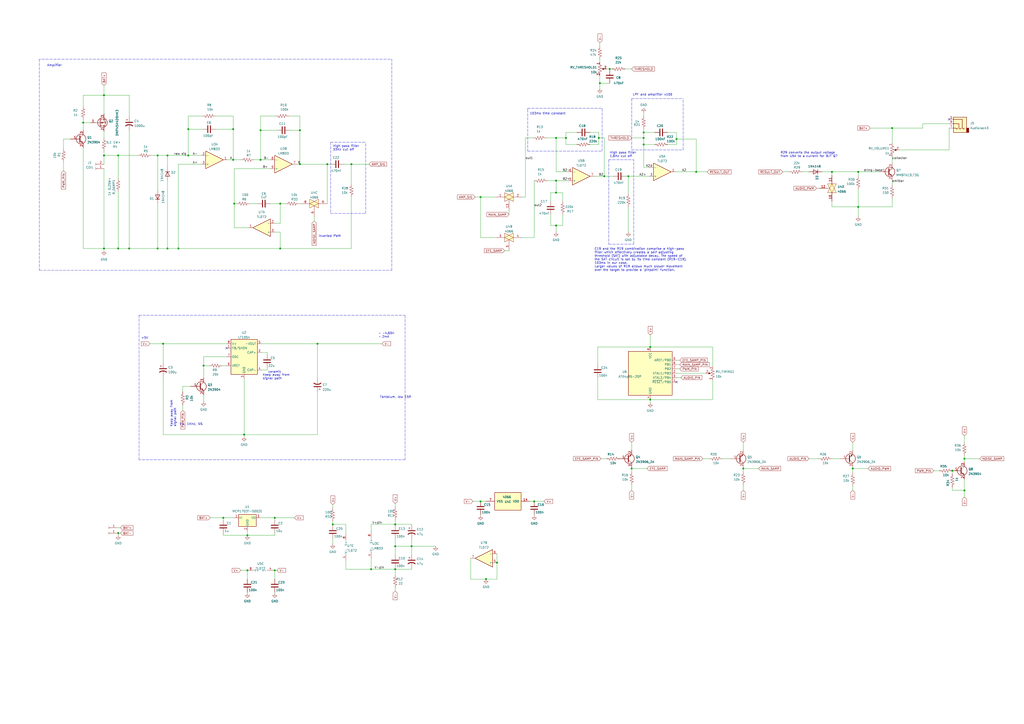
<source format=kicad_sch>
(kicad_sch (version 20211123) (generator eeschema)
  (paper "A2")
  (junction (at 366.395 271.78))
  (junction (at 151.13 92.71))
  (junction (at 229.235 316.865))
  (junction (at 403.86 99.695))
  (junction (at 377.19 231.775))
  (junction (at 173.99 95.25))
  (junction (at 392.43 80.645))
  (junction (at 229.235 304.165))
  (junction (at 193.04 304.165))
  (junction (at 497.84 99.695))
  (junction (at 281.94 335.915))
  (junction (at 60.325 144.145))
  (junction (at 135.255 74.93))
  (junction (at 347.98 48.26))
  (junction (at 162.56 144.145))
  (junction (at 350.52 102.235))
  (junction (at 238.76 316.865))
  (junction (at 129.54 300.355))
  (junction (at 60.325 90.17))
  (junction (at 482.6 99.695))
  (junction (at 135.89 118.11))
  (junction (at 322.58 130.81))
  (junction (at 135.255 92.71))
  (junction (at 552.45 273.05))
  (junction (at 373.38 76.835))
  (junction (at 229.235 330.2))
  (junction (at 68.58 90.17))
  (junction (at 309.88 290.83))
  (junction (at 288.29 326.39))
  (junction (at 322.58 111.76))
  (junction (at 151.13 75.565))
  (junction (at 68.58 144.145))
  (junction (at 141.605 252.095))
  (junction (at 497.84 120.015))
  (junction (at 215.265 330.2))
  (junction (at 373.38 80.01))
  (junction (at 203.835 95.25))
  (junction (at 173.99 75.565))
  (junction (at 94.615 199.39))
  (junction (at 159.385 330.835))
  (junction (at 494.665 271.78))
  (junction (at 559.435 266.065))
  (junction (at 353.695 40.005))
  (junction (at 559.435 284.48))
  (junction (at 322.58 104.775))
  (junction (at 347.345 80.01))
  (junction (at 278.765 290.83))
  (junction (at 162.56 118.11))
  (junction (at 322.58 80.01))
  (junction (at 97.155 90.17))
  (junction (at 143.51 310.515))
  (junction (at 74.93 144.145))
  (junction (at 377.19 201.295))
  (junction (at 68.58 309.245))
  (junction (at 364.49 102.235))
  (junction (at 517.525 74.295))
  (junction (at 60.325 55.245))
  (junction (at 373.38 83.82))
  (junction (at 189.865 95.25))
  (junction (at 97.155 144.145))
  (junction (at 91.44 90.17))
  (junction (at 91.44 144.145))
  (junction (at 109.22 90.17))
  (junction (at 278.765 114.3))
  (junction (at 103.505 144.145))
  (junction (at 109.22 74.93))
  (junction (at 431.165 271.78))
  (junction (at 184.15 199.39))
  (junction (at 328.295 80.01))
  (junction (at 48.26 71.12))
  (junction (at 143.51 330.835))
  (junction (at 118.11 212.09))
  (junction (at 159.385 300.355))
  (no_connect (at 392.43 221.615))
  (no_connect (at 550.545 69.215))
  (no_connect (at 131.445 201.93))
  (wire (pts (xy 347.98 24.765) (xy 347.98 26.67)))
  (wire (pts (xy 74.93 75.565) (xy 74.93 144.145)))
  (wire (pts (xy 350.52 102.235) (xy 355.6 102.235)))
  (wire (pts (xy 60.325 49.53) (xy 60.325 55.245)))
  (wire (pts (xy 568.325 266.065) (xy 559.435 266.065)))
  (wire (pts (xy 304.8 80.01) (xy 304.8 114.3)))
  (wire (pts (xy 203.835 95.25) (xy 213.995 95.25)))
  (polyline (pts (xy 349.25 62.865) (xy 349.25 63.5)))
  (wire (pts (xy 60.325 76.2) (xy 60.325 80.01)))
  (wire (pts (xy 373.38 67.31) (xy 373.38 65.405)))
  (wire (pts (xy 141.605 219.71) (xy 141.605 252.095)))
  (wire (pts (xy 135.255 92.71) (xy 139.7 92.71)))
  (wire (pts (xy 160.655 75.565) (xy 151.13 75.565)))
  (wire (pts (xy 143.51 343.535) (xy 143.51 344.17)))
  (wire (pts (xy 135.255 74.93) (xy 135.255 92.71)))
  (wire (pts (xy 229.235 330.2) (xy 215.265 330.2)))
  (wire (pts (xy 151.13 67.31) (xy 160.02 67.31)))
  (wire (pts (xy 322.58 104.775) (xy 322.58 111.76)))
  (wire (pts (xy 319.405 111.76) (xy 322.58 111.76)))
  (wire (pts (xy 473.71 109.22) (xy 474.98 109.22)))
  (wire (pts (xy 135.89 97.79) (xy 135.89 118.11)))
  (wire (pts (xy 60.325 144.145) (xy 60.325 145.415)))
  (wire (pts (xy 322.58 130.81) (xy 326.39 130.81)))
  (wire (pts (xy 125.095 67.31) (xy 135.255 67.31)))
  (polyline (pts (xy 353.06 141.605) (xy 367.665 141.605)))
  (wire (pts (xy 347.98 48.26) (xy 347.98 51.435)))
  (wire (pts (xy 193.04 304.165) (xy 200.66 304.165)))
  (wire (pts (xy 52.705 71.12) (xy 48.26 71.12)))
  (wire (pts (xy 373.38 76.835) (xy 373.38 80.01)))
  (wire (pts (xy 482.6 99.695) (xy 482.6 101.6)))
  (wire (pts (xy 159.385 300.355) (xy 170.815 300.355)))
  (wire (pts (xy 377.19 231.775) (xy 377.19 233.68)))
  (wire (pts (xy 387.35 83.82) (xy 392.43 83.82)))
  (wire (pts (xy 109.22 67.31) (xy 109.22 74.93)))
  (wire (pts (xy 366.395 271.145) (xy 366.395 271.78)))
  (wire (pts (xy 559.435 278.13) (xy 559.435 284.48)))
  (wire (pts (xy 350.52 80.01) (xy 347.345 80.01)))
  (polyline (pts (xy 234.95 266.7) (xy 80.645 266.7)))
  (wire (pts (xy 189.865 95.25) (xy 189.865 118.11)))
  (wire (pts (xy 319.405 111.76) (xy 319.405 116.84)))
  (wire (pts (xy 159.385 134.62) (xy 162.56 134.62)))
  (wire (pts (xy 392.43 213.995) (xy 394.335 213.995)))
  (polyline (pts (xy 367.665 141.605) (xy 367.665 92.71)))
  (polyline (pts (xy 306.07 87.63) (xy 349.25 87.63)))
  (wire (pts (xy 517.525 94.615) (xy 517.525 90.805)))
  (wire (pts (xy 359.41 266.065) (xy 358.775 266.065)))
  (wire (pts (xy 159.385 330.835) (xy 159.385 335.915)))
  (wire (pts (xy 118.11 219.075) (xy 118.11 212.09)))
  (wire (pts (xy 366.395 281.305) (xy 366.395 284.48)))
  (wire (pts (xy 173.99 95.25) (xy 189.865 95.25)))
  (wire (pts (xy 229.235 301.625) (xy 229.235 304.165)))
  (wire (pts (xy 348.615 266.065) (xy 351.79 266.065)))
  (wire (pts (xy 440.055 271.78) (xy 431.165 271.78)))
  (wire (pts (xy 521.335 86.995) (xy 550.545 86.995)))
  (wire (pts (xy 135.89 132.08) (xy 144.145 132.08)))
  (wire (pts (xy 36.83 99.06) (xy 36.83 93.98)))
  (wire (pts (xy 403.86 99.695) (xy 403.86 80.645)))
  (wire (pts (xy 91.44 90.17) (xy 97.155 90.17)))
  (wire (pts (xy 413.385 201.295) (xy 377.19 201.295)))
  (wire (pts (xy 363.22 102.235) (xy 364.49 102.235)))
  (wire (pts (xy 559.435 264.16) (xy 559.435 266.065)))
  (wire (pts (xy 431.165 281.305) (xy 431.165 284.48)))
  (wire (pts (xy 182.245 128.27) (xy 182.245 125.73)))
  (wire (pts (xy 366.395 256.54) (xy 366.395 260.985)))
  (wire (pts (xy 292.735 145.415) (xy 295.275 145.415)))
  (wire (pts (xy 392.43 211.455) (xy 394.335 211.455)))
  (polyline (pts (xy 234.95 182.88) (xy 234.95 266.7)))
  (wire (pts (xy 278.765 114.3) (xy 287.655 114.3)))
  (wire (pts (xy 376.555 97.155) (xy 373.38 97.155)))
  (wire (pts (xy 118.11 212.09) (xy 121.285 212.09)))
  (wire (pts (xy 403.86 99.695) (xy 410.21 99.695)))
  (wire (pts (xy 48.26 85.725) (xy 48.26 144.145)))
  (wire (pts (xy 184.15 199.39) (xy 184.15 219.71)))
  (wire (pts (xy 326.39 130.81) (xy 326.39 124.46)))
  (wire (pts (xy 48.26 71.12) (xy 48.26 75.565)))
  (wire (pts (xy 431.165 256.54) (xy 431.165 260.985)))
  (wire (pts (xy 193.04 304.8) (xy 193.04 304.165)))
  (wire (pts (xy 139.7 330.835) (xy 143.51 330.835)))
  (wire (pts (xy 413.385 231.775) (xy 377.19 231.775)))
  (wire (pts (xy 274.32 290.83) (xy 278.765 290.83)))
  (wire (pts (xy 68.58 309.245) (xy 68.58 310.515)))
  (wire (pts (xy 364.49 102.235) (xy 376.555 102.235)))
  (wire (pts (xy 143.51 330.835) (xy 143.51 335.915)))
  (wire (pts (xy 117.475 74.93) (xy 109.22 74.93)))
  (wire (pts (xy 316.865 80.01) (xy 322.58 80.01)))
  (wire (pts (xy 350.52 102.235) (xy 350.52 80.01)))
  (wire (pts (xy 353.695 40.005) (xy 353.695 40.64)))
  (wire (pts (xy 94.615 199.39) (xy 131.445 199.39)))
  (wire (pts (xy 125.095 74.93) (xy 135.255 74.93)))
  (wire (pts (xy 159.385 343.535) (xy 159.385 344.17)))
  (wire (pts (xy 74.93 55.245) (xy 60.325 55.245)))
  (wire (pts (xy 91.44 144.145) (xy 97.155 144.145)))
  (wire (pts (xy 328.295 83.82) (xy 334.645 83.82)))
  (wire (pts (xy 129.54 309.245) (xy 129.54 310.515)))
  (wire (pts (xy 497.84 120.015) (xy 497.84 125.73)))
  (wire (pts (xy 559.435 284.48) (xy 559.435 288.29)))
  (polyline (pts (xy 227.33 156.845) (xy 227.33 34.29)))
  (polyline (pts (xy 366.395 86.995) (xy 396.24 86.995)))
  (wire (pts (xy 168.275 75.565) (xy 173.99 75.565)))
  (wire (pts (xy 229.235 304.165) (xy 229.235 304.8)))
  (wire (pts (xy 109.22 90.17) (xy 116.84 90.17)))
  (polyline (pts (xy 156.21 34.29) (xy 22.86 34.29)))
  (wire (pts (xy 121.92 300.355) (xy 129.54 300.355)))
  (wire (pts (xy 366.395 271.78) (xy 366.395 273.685)))
  (wire (pts (xy 497.84 99.695) (xy 509.905 99.695)))
  (wire (pts (xy 342.265 83.82) (xy 347.345 83.82)))
  (wire (pts (xy 229.235 329.565) (xy 229.235 330.2)))
  (wire (pts (xy 552.45 273.05) (xy 552.45 274.955)))
  (wire (pts (xy 347.98 43.815) (xy 347.98 48.26)))
  (wire (pts (xy 68.58 144.145) (xy 74.93 144.145)))
  (wire (pts (xy 158.75 330.835) (xy 159.385 330.835)))
  (wire (pts (xy 162.56 144.145) (xy 203.835 144.145)))
  (wire (pts (xy 238.76 304.8) (xy 238.76 304.165)))
  (wire (pts (xy 193.04 292.735) (xy 193.04 294.64)))
  (wire (pts (xy 347.98 34.29) (xy 347.98 36.195)))
  (wire (pts (xy 347.345 80.01) (xy 347.345 76.835)))
  (wire (pts (xy 60.325 90.17) (xy 60.325 95.25)))
  (polyline (pts (xy 396.24 86.995) (xy 396.24 57.15)))
  (polyline (pts (xy 353.06 92.71) (xy 353.06 141.605)))
  (wire (pts (xy 373.38 80.01) (xy 373.38 83.82)))
  (wire (pts (xy 60.325 87.63) (xy 60.325 90.17)))
  (wire (pts (xy 287.655 137.795) (xy 278.765 137.795)))
  (wire (pts (xy 328.295 76.835) (xy 328.295 80.01)))
  (wire (pts (xy 550.545 74.295) (xy 550.545 86.995)))
  (wire (pts (xy 278.765 298.45) (xy 278.765 299.085)))
  (wire (pts (xy 118.11 207.01) (xy 131.445 207.01)))
  (wire (pts (xy 156.845 118.11) (xy 162.56 118.11)))
  (wire (pts (xy 482.6 266.065) (xy 487.045 266.065)))
  (wire (pts (xy 229.235 342.9) (xy 229.235 340.995)))
  (wire (pts (xy 552.45 284.48) (xy 559.435 284.48)))
  (wire (pts (xy 106.045 224.155) (xy 106.045 227.33)))
  (wire (pts (xy 362.585 40.005) (xy 366.395 40.005)))
  (wire (pts (xy 60.325 144.145) (xy 48.26 144.145)))
  (wire (pts (xy 309.88 290.83) (xy 315.595 290.83)))
  (wire (pts (xy 535.305 71.755) (xy 535.305 74.295)))
  (wire (pts (xy 517.525 104.775) (xy 517.525 107.315)))
  (wire (pts (xy 97.155 144.145) (xy 103.505 144.145)))
  (wire (pts (xy 497.84 120.015) (xy 517.525 120.015)))
  (wire (pts (xy 482.6 116.84) (xy 482.6 120.015)))
  (wire (pts (xy 373.38 74.93) (xy 373.38 76.835)))
  (wire (pts (xy 162.56 134.62) (xy 162.56 144.145)))
  (wire (pts (xy 273.05 323.85) (xy 273.05 335.915)))
  (wire (pts (xy 353.695 40.005) (xy 354.965 40.005)))
  (wire (pts (xy 377.19 201.295) (xy 346.71 201.295)))
  (wire (pts (xy 173.99 75.565) (xy 173.99 95.25)))
  (wire (pts (xy 189.865 95.25) (xy 191.77 95.25)))
  (wire (pts (xy 200.66 309.88) (xy 200.66 304.165)))
  (wire (pts (xy 281.94 335.915) (xy 288.29 335.915)))
  (wire (pts (xy 135.255 67.31) (xy 135.255 74.93)))
  (wire (pts (xy 497.84 109.855) (xy 497.84 120.015)))
  (wire (pts (xy 94.615 218.44) (xy 94.615 252.095)))
  (wire (pts (xy 229.235 292.1) (xy 229.235 294.005)))
  (wire (pts (xy 465.455 99.695) (xy 469.265 99.695)))
  (polyline (pts (xy 80.645 266.7) (xy 80.645 182.88)))
  (wire (pts (xy 74.93 67.945) (xy 74.93 55.245)))
  (wire (pts (xy 67.945 309.245) (xy 68.58 309.245)))
  (wire (pts (xy 109.22 67.31) (xy 117.475 67.31)))
  (wire (pts (xy 87.63 90.17) (xy 91.44 90.17)))
  (wire (pts (xy 351.79 40.005) (xy 353.695 40.005)))
  (wire (pts (xy 309.88 137.795) (xy 302.895 137.795)))
  (wire (pts (xy 68.58 103.505) (xy 68.58 90.17)))
  (wire (pts (xy 392.43 76.835) (xy 392.43 80.645)))
  (wire (pts (xy 346.71 231.775) (xy 377.19 231.775)))
  (wire (pts (xy 238.76 312.42) (xy 238.76 316.865)))
  (wire (pts (xy 278.765 114.3) (xy 278.765 137.795)))
  (wire (pts (xy 128.905 212.09) (xy 131.445 212.09)))
  (wire (pts (xy 392.43 80.645) (xy 403.86 80.645)))
  (wire (pts (xy 552.45 273.05) (xy 551.815 273.05)))
  (wire (pts (xy 419.1 266.065) (xy 423.545 266.065)))
  (wire (pts (xy 159.385 310.515) (xy 143.51 310.515)))
  (wire (pts (xy 129.54 300.355) (xy 129.54 301.625)))
  (wire (pts (xy 109.22 74.93) (xy 109.22 90.17)))
  (wire (pts (xy 278.765 290.83) (xy 281.94 290.83)))
  (wire (pts (xy 309.88 298.45) (xy 309.88 299.085)))
  (wire (pts (xy 503.555 271.78) (xy 494.665 271.78)))
  (wire (pts (xy 97.155 90.17) (xy 109.22 90.17)))
  (wire (pts (xy 184.15 227.33) (xy 184.15 252.095)))
  (wire (pts (xy 375.285 271.78) (xy 366.395 271.78)))
  (wire (pts (xy 151.13 75.565) (xy 151.13 92.71)))
  (polyline (pts (xy 156.21 34.29) (xy 227.33 34.29)))
  (wire (pts (xy 60.325 97.79) (xy 60.325 144.145)))
  (wire (pts (xy 103.505 95.25) (xy 116.84 95.25)))
  (wire (pts (xy 535.305 71.755) (xy 550.545 71.755)))
  (wire (pts (xy 36.83 80.645) (xy 40.64 80.645)))
  (wire (pts (xy 118.11 212.09) (xy 118.11 207.01)))
  (wire (pts (xy 497.84 99.695) (xy 497.84 102.235)))
  (wire (pts (xy 309.88 104.775) (xy 309.88 137.795)))
  (wire (pts (xy 347.345 80.01) (xy 347.345 83.82)))
  (polyline (pts (xy 80.645 182.88) (xy 85.09 182.88)))
  (wire (pts (xy 238.76 329.565) (xy 238.76 330.2)))
  (wire (pts (xy 106.045 234.95) (xy 106.045 238.125)))
  (wire (pts (xy 309.245 80.01) (xy 304.8 80.01)))
  (wire (pts (xy 373.38 97.155) (xy 373.38 83.82)))
  (wire (pts (xy 159.385 300.355) (xy 159.385 301.625)))
  (wire (pts (xy 373.38 83.82) (xy 379.73 83.82)))
  (wire (pts (xy 229.235 316.865) (xy 229.235 321.945)))
  (wire (pts (xy 200.66 325.12) (xy 200.66 330.2)))
  (wire (pts (xy 322.58 104.775) (xy 329.565 104.775)))
  (wire (pts (xy 151.13 67.31) (xy 151.13 75.565)))
  (wire (pts (xy 151.765 214.63) (xy 154.94 214.63)))
  (wire (pts (xy 135.89 97.79) (xy 156.845 97.79)))
  (wire (pts (xy 199.39 95.25) (xy 203.835 95.25)))
  (polyline (pts (xy 212.09 123.825) (xy 212.09 82.55)))
  (wire (pts (xy 162.56 118.11) (xy 165.735 118.11)))
  (wire (pts (xy 162.56 118.11) (xy 162.56 129.54)))
  (wire (pts (xy 173.355 118.11) (xy 174.625 118.11)))
  (wire (pts (xy 159.385 309.245) (xy 159.385 310.515)))
  (wire (pts (xy 482.6 120.015) (xy 497.84 120.015)))
  (wire (pts (xy 476.885 99.695) (xy 482.6 99.695)))
  (wire (pts (xy 407.67 266.065) (xy 411.48 266.065)))
  (wire (pts (xy 97.155 97.155) (xy 97.155 90.17)))
  (wire (pts (xy 86.995 199.39) (xy 94.615 199.39)))
  (wire (pts (xy 413.385 212.725) (xy 413.385 201.295)))
  (wire (pts (xy 322.58 80.01) (xy 328.295 80.01)))
  (wire (pts (xy 346.71 219.075) (xy 346.71 231.775)))
  (wire (pts (xy 67.945 306.07) (xy 69.85 306.07)))
  (wire (pts (xy 147.32 92.71) (xy 151.13 92.71)))
  (polyline (pts (xy 306.07 62.865) (xy 306.07 63.5)))
  (wire (pts (xy 132.08 92.71) (xy 135.255 92.71)))
  (wire (pts (xy 252.73 316.865) (xy 238.76 316.865)))
  (polyline (pts (xy 191.77 82.55) (xy 212.09 82.55)))
  (wire (pts (xy 137.16 118.11) (xy 135.89 118.11)))
  (polyline (pts (xy 306.07 63.5) (xy 306.07 87.63)))
  (wire (pts (xy 141.605 252.095) (xy 141.605 253.365)))
  (wire (pts (xy 319.405 130.81) (xy 322.58 130.81)))
  (wire (pts (xy 151.13 92.71) (xy 156.845 92.71)))
  (wire (pts (xy 103.505 144.145) (xy 162.56 144.145)))
  (wire (pts (xy 379.73 76.835) (xy 373.38 76.835)))
  (wire (pts (xy 103.505 95.25) (xy 103.505 144.145)))
  (wire (pts (xy 494.665 271.145) (xy 494.665 271.78)))
  (wire (pts (xy 504.825 74.295) (xy 517.525 74.295)))
  (wire (pts (xy 94.615 199.39) (xy 94.615 210.82)))
  (wire (pts (xy 469.265 266.065) (xy 474.98 266.065)))
  (wire (pts (xy 344.805 102.235) (xy 350.52 102.235)))
  (wire (pts (xy 68.58 309.245) (xy 69.85 309.245)))
  (wire (pts (xy 238.76 316.865) (xy 229.235 316.865)))
  (polyline (pts (xy 22.86 156.845) (xy 227.33 156.845)))
  (wire (pts (xy 392.43 76.835) (xy 387.35 76.835)))
  (wire (pts (xy 203.835 114.3) (xy 203.835 144.145)))
  (wire (pts (xy 391.795 99.695) (xy 403.86 99.695)))
  (wire (pts (xy 322.58 134.62) (xy 322.58 130.81)))
  (wire (pts (xy 377.19 194.31) (xy 377.19 201.295)))
  (polyline (pts (xy 191.77 82.55) (xy 191.77 123.825)))
  (wire (pts (xy 154.94 205.74) (xy 154.94 204.47)))
  (wire (pts (xy 68.58 111.125) (xy 68.58 144.145)))
  (wire (pts (xy 494.665 256.54) (xy 494.665 260.985)))
  (wire (pts (xy 364.49 120.015) (xy 364.49 134.62)))
  (wire (pts (xy 48.26 69.215) (xy 48.26 71.12)))
  (wire (pts (xy 215.265 304.165) (xy 229.235 304.165)))
  (wire (pts (xy 91.44 118.11) (xy 91.44 144.145)))
  (wire (pts (xy 347.345 76.835) (xy 342.265 76.835)))
  (wire (pts (xy 193.04 312.42) (xy 193.04 315.595)))
  (wire (pts (xy 454.025 99.695) (xy 457.835 99.695)))
  (wire (pts (xy 364.49 102.235) (xy 364.49 112.395)))
  (wire (pts (xy 238.76 304.165) (xy 229.235 304.165)))
  (wire (pts (xy 431.165 271.145) (xy 431.165 271.78)))
  (wire (pts (xy 559.435 252.73) (xy 559.435 256.54)))
  (wire (pts (xy 238.76 316.865) (xy 238.76 321.945)))
  (wire (pts (xy 329.565 99.695) (xy 322.58 99.695)))
  (wire (pts (xy 173.99 67.31) (xy 173.99 75.565)))
  (wire (pts (xy 517.525 74.295) (xy 535.305 74.295)))
  (wire (pts (xy 334.645 76.835) (xy 328.295 76.835)))
  (wire (pts (xy 317.5 104.775) (xy 322.58 104.775)))
  (wire (pts (xy 135.89 118.11) (xy 135.89 132.08)))
  (wire (pts (xy 517.525 114.935) (xy 517.525 120.015)))
  (wire (pts (xy 151.765 199.39) (xy 184.15 199.39)))
  (wire (pts (xy 322.58 99.695) (xy 322.58 80.01)))
  (polyline (pts (xy 349.25 87.63) (xy 349.25 63.5)))
  (polyline (pts (xy 366.395 57.15) (xy 396.24 57.15)))
  (wire (pts (xy 366.395 80.01) (xy 373.38 80.01)))
  (wire (pts (xy 392.43 208.915) (xy 394.335 208.915)))
  (wire (pts (xy 273.05 335.915) (xy 281.94 335.915)))
  (wire (pts (xy 60.325 55.245) (xy 60.325 66.04)))
  (wire (pts (xy 141.605 252.095) (xy 184.15 252.095)))
  (wire (pts (xy 129.54 310.515) (xy 143.51 310.515)))
  (wire (pts (xy 229.235 330.2) (xy 229.235 333.375)))
  (wire (pts (xy 392.43 216.535) (xy 409.575 216.535)))
  (wire (pts (xy 91.44 110.49) (xy 91.44 90.17)))
  (wire (pts (xy 167.64 67.31) (xy 173.99 67.31)))
  (wire (pts (xy 48.26 61.595) (xy 48.26 55.245)))
  (wire (pts (xy 215.265 304.165) (xy 215.265 308.61)))
  (wire (pts (xy 238.76 330.2) (xy 229.235 330.2)))
  (wire (pts (xy 517.525 74.295) (xy 517.525 83.185)))
  (wire (pts (xy 154.94 204.47) (xy 151.765 204.47)))
  (wire (pts (xy 60.325 144.145) (xy 68.58 144.145)))
  (wire (pts (xy 94.615 252.095) (xy 141.605 252.095)))
  (wire (pts (xy 200.66 330.2) (xy 215.265 330.2)))
  (wire (pts (xy 541.655 273.05) (xy 544.83 273.05)))
  (wire (pts (xy 172.085 95.25) (xy 173.99 95.25)))
  (wire (pts (xy 193.04 302.26) (xy 193.04 304.165)))
  (wire (pts (xy 431.165 271.78) (xy 431.165 273.685)))
  (wire (pts (xy 392.43 80.645) (xy 392.43 83.82)))
  (wire (pts (xy 392.43 219.075) (xy 394.97 219.075)))
  (wire (pts (xy 118.11 229.235) (xy 118.11 233.045)))
  (wire (pts (xy 159.385 129.54) (xy 162.56 129.54)))
  (wire (pts (xy 159.385 330.835) (xy 160.655 330.835)))
  (wire (pts (xy 151.13 300.355) (xy 159.385 300.355)))
  (polyline (pts (xy 306.07 62.865) (xy 349.25 62.865)))
  (wire (pts (xy 413.385 220.345) (xy 413.385 231.775)))
  (wire (pts (xy 288.29 326.39) (xy 288.29 335.915)))
  (wire (pts (xy 129.54 300.355) (xy 135.89 300.355)))
  (wire (pts (xy 48.26 55.245) (xy 60.325 55.245)))
  (polyline (pts (xy 85.09 182.88) (xy 234.95 182.88)))
  (wire (pts (xy 304.8 114.3) (xy 302.895 114.3)))
  (wire (pts (xy 482.6 99.695) (xy 497.84 99.695)))
  (wire (pts (xy 184.15 199.39) (xy 221.615 199.39)))
  (wire (pts (xy 203.835 95.25) (xy 203.835 106.68)))
  (wire (pts (xy 319.405 124.46) (xy 319.405 130.81)))
  (wire (pts (xy 322.58 111.76) (xy 326.39 111.76)))
  (wire (pts (xy 288.29 321.31) (xy 288.29 326.39)))
  (wire (pts (xy 154.94 213.36) (xy 154.94 214.63)))
  (wire (pts (xy 552.45 282.575) (xy 552.45 284.48)))
  (wire (pts (xy 144.78 118.11) (xy 149.225 118.11)))
  (wire (pts (xy 353.695 48.26) (xy 347.98 48.26)))
  (wire (pts (xy 275.59 114.3) (xy 278.765 114.3)))
  (polyline (pts (xy 353.06 92.71) (xy 367.665 92.71)))
  (wire (pts (xy 229.235 312.42) (xy 229.235 316.865)))
  (wire (pts (xy 110.49 224.155) (xy 106.045 224.155)))
  (wire (pts (xy 494.665 281.94) (xy 494.665 284.48)))
  (polyline (pts (xy 22.86 34.29) (xy 22.86 156.845)))
  (wire (pts (xy 97.155 104.775) (xy 97.155 144.145)))
  (polyline (pts (xy 191.77 123.825) (xy 212.09 123.825)))
  (wire (pts (xy 559.435 266.065) (xy 559.435 267.97)))
  (wire (pts (xy 68.58 90.17) (xy 80.01 90.17)))
  (wire (pts (xy 215.265 330.2) (xy 215.265 323.85)))
  (wire (pts (xy 60.325 90.17) (xy 68.58 90.17)))
  (wire (pts (xy 74.93 144.145) (xy 91.44 144.145)))
  (wire (pts (xy 36.83 80.645) (xy 36.83 86.36)))
  (wire (pts (xy 494.665 271.78) (xy 494.665 274.32)))
  (wire (pts (xy 326.39 116.84) (xy 326.39 111.76)))
  (polyline (pts (xy 366.395 57.15) (xy 366.395 86.995)))
  (wire (pts (xy 295.275 121.92) (xy 295.275 124.46)))
  (wire (pts (xy 328.295 80.01) (xy 328.295 83.82)))
  (wire (pts (xy 307.34 290.83) (xy 309.88 290.83)))
  (wire (pts (xy 143.51 307.975) (xy 143.51 310.515)))
  (wire (pts (xy 346.71 201.295) (xy 346.71 211.455)))
  (text "C19 and the R19 combination comprise a high-pass \nfilter which effectively creates a self adjusting \nthreshold (SAT) with adjustable decay. The speed of \nthe SAT circuit is set by its time constant (R19-C19), \n103ms in our case.\nLarger values of R19 allows much slower movement\nover the target to provide a 'pinpoint' function." (at 344.805 157.48 0) (effects (font (size 1.27 1.27)) (justify left bottom)))
  (text "inverted PWM" (at 184.785 137.795 0) (effects (font (size 1.27 1.27)) (justify left bottom)))
  (text "High pass filter\n33Hz cut off" (at 193.04 87.63 0) (effects (font (size 1.27 1.27)) (justify left bottom)))
  (text "V+, 1KHz, 5%\n\n" (at 104.14 248.92 0) (effects (font (size 1.27 1.27)) (justify left bottom)))
  (text "Amplifier" (at 27.305 38.735 0) (effects (font (size 1.27 1.27)) (justify left bottom)))
  (text "High pass filter\n1.6Hz cut off" (at 353.695 91.44 0) (effects (font (size 1.27 1.27)) (justify left bottom)))
  (text "Keep away from \nsignal path" (at 102.235 247.65 90) (effects (font (size 1.27 1.27)) (justify left bottom)))
  (text "ceramic" (at 155.575 216.535 0) (effects (font (size 1.27 1.27)) (justify left bottom)))
  (text "LPF and amplifier x100\n\n" (at 367.03 57.785 0) (effects (font (size 1.27 1.27)) (justify left bottom)))
  (text "Tantalum, low ESR" (at 220.345 231.14 0) (effects (font (size 1.27 1.27)) (justify left bottom)))
  (text "Keep away from \nsignal path" (at 152.4 220.345 0) (effects (font (size 1.27 1.27)) (justify left bottom)))
  (text "~ -4.65V\n~ 2mA" (at 219.71 196.215 0) (effects (font (size 1.27 1.27)) (justify left bottom)))
  (text "+5V\n" (at 81.915 196.85 0) (effects (font (size 1.27 1.27)) (justify left bottom)))
  (text "R29 converts the output voltage\nfrom U5A to a current for BJT Q7" (at 452.755 91.44 0) (effects (font (size 1.27 1.27)) (justify left bottom)))
  (text "103ms time constant\n" (at 307.34 66.675 0) (effects (font (size 1.27 1.27)) (justify left bottom)))
  (label "A" (at 133.35 92.71 0))
  (label "V-pin" (at 217.17 330.2 0))
  (label "A2+" (at 370.84 102.235 0))
  (label "B2+" (at 326.39 104.775 0))
  (label "B2" (at 347.345 102.235 0))
  (label "raw sig" (at 100.965 90.17 0))
  (label "emitter" (at 517.525 106.045 0))
  (label "out2" (at 309.88 120.015 0))
  (label "B+" (at 152.4 97.79 0))
  (label "A2-" (at 374.65 97.155 0))
  (label "out1" (at 304.8 92.71 0))
  (label "A+" (at 111.76 95.25 0))
  (label "B2-" (at 326.39 99.695 0))
  (label "A-" (at 111.76 90.17 0))
  (label "A2" (at 395.605 99.695 0))
  (label "V+pin" (at 215.9 304.165 0))
  (label "collector" (at 517.525 92.71 0))
  (label "B" (at 172.72 95.25 0))
  (label "drlng-base" (at 501.015 99.695 0))
  (label "B-" (at 153.035 92.71 0))
  (global_label "EFE_SAMP_PIN" (shape input) (at 394.335 208.915 0) (property "Intersheet References" "${INTERSHEET_REFS}" (effects hide)))
  (global_label "THRESHOLD" (shape input) (at 366.395 80.01 180) (property "Intersheet References" "${INTERSHEET_REFS}" (effects hide)))
  (global_label "NOISE_SAMP" (shape input) (at 182.245 128.27 270) (property "Intersheet References" "${INTERSHEET_REFS}" (effects hide)))
  (global_label "BAT+" (shape input) (at 121.92 300.355 180) (property "Intersheet References" "${INTERSHEET_REFS}" (effects hide)))
  (global_label "THRESHOLD" (shape input) (at 366.395 40.005 0) (property "Intersheet References" "${INTERSHEET_REFS}" (effects hide)))
  (global_label "MAIN_SAMP" (shape input) (at 440.055 271.78 0) (property "Intersheet References" "${INTERSHEET_REFS}" (effects hide)))
  (global_label "V-" (shape input) (at 431.165 284.48 270) (property "Intersheet References" "${INTERSHEET_REFS}" (effects hide)))
  (global_label "PWM_PIN" (shape input) (at 106.045 238.125 270) (property "Intersheet References" "${INTERSHEET_REFS}" (effects hide)))
  (global_label "NOISE_SAMP" (shape input) (at 568.325 266.065 0) (property "Intersheet References" "${INTERSHEET_REFS}" (effects hide)))
  (global_label "EFE_SAMP" (shape input) (at 375.285 271.78 0) (property "Intersheet References" "${INTERSHEET_REFS}" (effects hide)))
  (global_label "MAIN_SAMP_PIN" (shape input) (at 407.67 266.065 180) (property "Intersheet References" "${INTERSHEET_REFS}" (effects hide)))
  (global_label "AMP_SIG" (shape input) (at 213.995 95.25 0) (property "Intersheet References" "${INTERSHEET_REFS}" (effects hide)))
  (global_label "AUDIO_PIN" (shape input) (at 469.265 266.065 180) (property "Intersheet References" "${INTERSHEET_REFS}" (effects hide)))
  (global_label "EFE_SAMP_PIN" (shape input) (at 348.615 266.065 180) (property "Intersheet References" "${INTERSHEET_REFS}" (effects hide)))
  (global_label "V+" (shape input) (at 229.235 292.1 90) (property "Intersheet References" "${INTERSHEET_REFS}" (effects hide)))
  (global_label "AUDIO_PWM" (shape input) (at 503.555 271.78 0) (property "Intersheet References" "${INTERSHEET_REFS}" (effects hide)))
  (global_label "V-" (shape input) (at 274.32 290.83 180) (property "Intersheet References" "${INTERSHEET_REFS}" (effects hide)))
  (global_label "PWM_PIN" (shape input) (at 541.655 273.05 180) (property "Intersheet References" "${INTERSHEET_REFS}" (effects hide)))
  (global_label "RESULT_OUT" (shape input) (at 410.21 99.695 0) (property "Intersheet References" "${INTERSHEET_REFS}" (effects hide)))
  (global_label "BAT+" (shape input) (at 60.325 49.53 90) (property "Intersheet References" "${INTERSHEET_REFS}" (effects hide)))
  (global_label "V+" (shape input) (at 86.995 199.39 180) (property "Intersheet References" "${INTERSHEET_REFS}" (effects hide)))
  (global_label "PWM_PIN" (shape input) (at 36.83 99.06 270) (property "Intersheet References" "${INTERSHEET_REFS}" (effects hide)))
  (global_label "MAIN_SAMP_PIN" (shape input) (at 394.335 211.455 0) (property "Intersheet References" "${INTERSHEET_REFS}" (effects hide)))
  (global_label "PWM_PIN" (shape input) (at 394.335 213.995 0) (property "Intersheet References" "${INTERSHEET_REFS}" (effects hide)))
  (global_label "MAIN_SAMP" (shape input) (at 295.275 124.46 180) (property "Intersheet References" "${INTERSHEET_REFS}" (effects hide)))
  (global_label "V+" (shape input) (at 366.395 256.54 90) (property "Intersheet References" "${INTERSHEET_REFS}" (effects hide)))
  (global_label "V-" (shape input) (at 494.665 284.48 270) (property "Intersheet References" "${INTERSHEET_REFS}" (effects hide)))
  (global_label "V+" (shape input) (at 559.435 252.73 90) (property "Intersheet References" "${INTERSHEET_REFS}" (effects hide)))
  (global_label "V+" (shape input) (at 377.19 194.31 90) (property "Intersheet References" "${INTERSHEET_REFS}" (effects hide)))
  (global_label "V-" (shape input) (at 160.655 330.835 0) (property "Intersheet References" "${INTERSHEET_REFS}" (effects hide)))
  (global_label "BAT+" (shape input) (at 504.825 74.295 180) (property "Intersheet References" "${INTERSHEET_REFS}" (effects hide)))
  (global_label "V+" (shape input) (at 139.7 330.835 180) (property "Intersheet References" "${INTERSHEET_REFS}" (effects hide)))
  (global_label "BAT-" (shape input) (at 69.85 309.245 0) (property "Intersheet References" "${INTERSHEET_REFS}" (effects hide)))
  (global_label "RESULT_OUT" (shape input) (at 454.025 99.695 180) (property "Intersheet References" "${INTERSHEET_REFS}" (effects hide)))
  (global_label "AUDIO_PIN" (shape input) (at 394.97 219.075 0) (property "Intersheet References" "${INTERSHEET_REFS}" (effects hide)))
  (global_label "V+" (shape input) (at 315.595 290.83 0) (property "Intersheet References" "${INTERSHEET_REFS}" (effects hide)))
  (global_label "AUDIO_PWM" (shape input) (at 473.71 109.22 180) (property "Intersheet References" "${INTERSHEET_REFS}" (effects hide)))
  (global_label "AMP_SIG" (shape input) (at 275.59 114.3 180) (property "Intersheet References" "${INTERSHEET_REFS}" (effects hide)))
  (global_label "V+" (shape input) (at 494.665 256.54 90) (property "Intersheet References" "${INTERSHEET_REFS}" (effects hide)))
  (global_label "V+" (shape input) (at 431.165 256.54 90) (property "Intersheet References" "${INTERSHEET_REFS}" (effects hide)))
  (global_label "V-" (shape input) (at 221.615 199.39 0) (property "Intersheet References" "${INTERSHEET_REFS}" (effects hide)))
  (global_label "V+" (shape input) (at 170.815 300.355 0) (property "Intersheet References" "${INTERSHEET_REFS}" (effects hide)))
  (global_label "V-" (shape input) (at 559.435 288.29 270) (property "Intersheet References" "${INTERSHEET_REFS}" (effects hide)))
  (global_label "V-" (shape input) (at 229.235 342.9 270) (property "Intersheet References" "${INTERSHEET_REFS}" (effects hide)))
  (global_label "EFE_SAMP" (shape input) (at 292.735 145.415 180) (property "Intersheet References" "${INTERSHEET_REFS}" (effects hide)))
  (global_label "V+" (shape input) (at 193.04 292.735 90) (property "Intersheet References" "${INTERSHEET_REFS}" (effects hide)))
  (global_label "BAT+" (shape input) (at 69.85 306.07 0) (property "Intersheet References" "${INTERSHEET_REFS}" (effects hide)))
  (global_label "V-" (shape input) (at 347.98 24.765 90) (property "Intersheet References" "${INTERSHEET_REFS}" (effects hide)))
  (global_label "V-" (shape input) (at 366.395 284.48 270) (property "Intersheet References" "${INTERSHEET_REFS}" (effects hide)))
  (symbol (lib_id "Connector:Conn_01x01_Female") (at 62.865 306.07 180) (unit 1)
    (property "Reference" "J2" (effects hide))
    (property "Value" "BAT+" (effects hide))
    (property "Footprint" "Connector_Wire:SolderWirePad_1x01_SMD_2x4mm" (effects hide))
  )
  (symbol (lib_id "Device:R_US") (at 203.835 110.49 0) (mirror x) (unit 1)
    (property "Reference" "R28" (at 198.12 109.22 0) (effects (justify left)))
    (property "Value" "10k" (at 198.12 111.76 0) (effects (justify left)))
    (property "Footprint" "Resistor_SMD:R_0805_2012Metric" (effects hide))
  )
  (symbol (lib_id "power:GND") (at 193.04 315.595 0) (unit 1)
    (property "Reference" "#PWR0106" (effects hide))
    (property "Value" "GND" (at 193.04 320.1575 0))
  )
  (symbol (lib_id "4xxx:4066") (at 294.64 290.83 270) (mirror x) (unit 5)
    (property "Reference" "U4" (at 296.545 291.0651 90) (effects (justify right)))
    (property "Value" "4066" (at 296.545 288.29 90) (effects (justify right)))
    (property "Footprint" "Package_SO:SO-14_3.9x8.65mm_P1.27mm" (effects hide))
    (property "Datasheet" "http://www.ti.com/lit/ds/symlink/cd4066b.pdf" (effects hide))
  )
  (symbol (lib_id "Device:R_US") (at 383.54 83.82 270) (mirror x) (unit 1)
    (property "Reference" "R22" (at 386.715 79.375 90) (effects (justify left)))
    (property "Value" "100k" (at 386.715 81.915 90) (effects (justify left)))
    (property "Footprint" "Resistor_SMD:R_0805_2012Metric" (effects hide))
  )
  (symbol (lib_id "!my-kicad-library:2N3906_2A") (at 428.625 266.065 0) (mirror x) (unit 1)
    (property "Reference" "Q5" (at 433.4764 265.1565 0) (effects (justify left)))
    (property "Value" "2N3906_2A" (at 433.4764 267.9316 0) (effects (justify left)))
    (property "Footprint" "Package_TO_SOT_SMD:SOT-23" (effects hide))
    (property "Datasheet" "https://www.onsemi.com/pdf/datasheet/pzt3906-d.pdf" (effects hide))
  )
  (symbol (lib_id "Device:R_US") (at 326.39 120.65 0) (mirror y) (unit 1)
    (property "Reference" "R17" (at 332.74 122.555 0) (effects (justify left)))
    (property "Value" "220k" (at 332.74 120.015 0) (effects (justify left)))
    (property "Footprint" "Resistor_SMD:R_0805_2012Metric" (effects hide))
  )
  (symbol (lib_id "Device:R_US") (at 338.455 83.82 270) (mirror x) (unit 1)
    (property "Reference" "R18" (at 341.63 79.375 90) (effects (justify left)))
    (property "Value" "220k" (at 341.63 81.915 90) (effects (justify left)))
    (property "Footprint" "Resistor_SMD:R_0805_2012Metric" (effects hide))
  )
  (symbol (lib_id "Amplifier_Operational:OP275") (at 164.465 95.25 0) (mirror x) (unit 2)
    (property "Reference" "U3" (at 164.465 86.2035 0))
    (property "Value" "LM833" (at 164.465 88.9786 0))
    (property "Footprint" "Package_SO:SOIC-8_3.9x4.9mm_P1.27mm" (effects hide))
    (property "Datasheet" "https://www.analog.com/media/en/technical-documentation/data-sheets/OP275.pdf" (effects hide))
  )
  (symbol (lib_id "Device:C") (at 159.385 339.725 0) (unit 1)
    (property "Reference" "C23" (at 161.29 337.82 0) (effects (justify left)))
    (property "Value" "100n" (at 160.02 342.265 0) (effects (justify left)))
    (property "Footprint" "Capacitor_SMD:C_1206_3216Metric" (effects hide))
  )
  (symbol (lib_id "Device:R_Potentiometer_US") (at 517.525 86.995 0) (unit 1)
    (property "Reference" "RV_VOLUME1" (at 515.874 86.0864 0) (effects (justify right)))
    (property "Value" "1k" (at 515.874 88.8616 0) (effects (justify right)))
    (property "Footprint" "Connector_JST:JST_EH_B3B-EH-A_1x03_P2.50mm_Vertical" (effects hide))
  )
  (symbol (lib_id "Device:C_Polarized_US") (at 74.93 71.755 0) (unit 1)
    (property "Reference" "C4" (at 77.851 70.2115 0) (effects (justify left)))
    (property "Value" "1000u" (at 77.851 72.9866 0) (effects (justify left)))
    (property "Footprint" "Capacitor_THT:CP_Radial_D10.0mm_P5.00mm" (effects hide))
  )
  (symbol (lib_id "Connector:AudioJack3") (at 555.625 71.755 0) (mirror y) (unit 1)
    (property "Reference" "J5" (at 562.737 71.4815 0) (effects (justify right)))
    (property "Value" "AudioJack3" (at 562.737 74.2566 0) (effects (justify right)))
    (property "Footprint" "!my-kicad-library:audio-jack" (effects hide))
  )
  (symbol (lib_id "Device:R_US") (at 548.64 273.05 90) (mirror x) (unit 1)
    (property "Reference" "R35" (at 549.275 270.51 90) (effects (justify left)))
    (property "Value" "10k" (at 550.545 275.59 90) (effects (justify left)))
    (property "Footprint" "Resistor_SMD:R_0805_2012Metric" (effects hide))
  )
  (symbol (lib_id "Device:R_US") (at 68.58 107.315 180) (unit 1)
    (property "Reference" "R_DAMP1" (at 66.04 104.14 90) (effects (justify left)))
    (property "Value" "1k 0.25W+" (at 63.5 102.87 90) (effects (justify left)))
    (property "Footprint" "Resistor_THT:R_Axial_DIN0207_L6.3mm_D2.5mm_P10.16mm_Horizontal" (effects hide))
  )
  (symbol (lib_id "Device:R_US") (at 494.665 278.13 0) (mirror y) (unit 1)
    (property "Reference" "R27" (at 492.76 276.225 0) (effects (justify left)))
    (property "Value" "10k" (at 492.76 278.765 0) (effects (justify left)))
    (property "Footprint" "Resistor_SMD:R_1206_3216Metric" (effects hide))
  )
  (symbol (lib_id "Device:C") (at 121.285 74.93 90) (unit 1)
    (property "Reference" "C6" (at 122.555 71.12 90) (effects (justify left)))
    (property "Value" "100pF" (at 123.825 78.74 90) (effects (justify left)))
    (property "Footprint" "Capacitor_SMD:C_1206_3216Metric" (effects hide))
  )
  (symbol (lib_id "power:GND") (at 60.325 145.415 0) (unit 1)
    (property "Reference" "#PWR02" (effects hide))
    (property "Value" "GND" (at 60.325 150.495 0))
  )
  (symbol (lib_id "Device:C") (at 338.455 76.835 90) (unit 1)
    (property "Reference" "C18" (at 339.725 73.025 90) (effects (justify left)))
    (property "Value" "470nF" (at 340.995 80.645 90) (effects (justify left)))
    (property "Footprint" "Capacitor_SMD:C_1206_3216Metric" (effects hide))
  )
  (symbol (lib_id "!my-kicad-library:2N3906_2A") (at 492.125 266.065 0) (mirror x) (unit 1)
    (property "Reference" "Q6" (at 496.9764 265.1565 0) (effects (justify left)))
    (property "Value" "2N3906_2A" (at 496.9764 267.9316 0) (effects (justify left)))
    (property "Footprint" "Package_TO_SOT_SMD:SOT-23" (effects hide))
    (property "Datasheet" "https://www.onsemi.com/pdf/datasheet/pzt3906-d.pdf" (effects hide))
  )
  (symbol (lib_id "Amplifier_Operational:LM358") (at 337.185 102.235 0) (mirror x) (unit 2)
    (property "Reference" "U5" (at 337.185 93.1885 0))
    (property "Value" "TL072" (at 337.185 95.9636 0))
    (property "Footprint" "Package_SO:SOIC-8_3.9x4.9mm_P1.27mm" (effects hide))
    (property "Datasheet" "http://www.ti.com/lit/ds/symlink/lm2904-n.pdf" (effects hide))
  )
  (symbol (lib_id "Device:R_US") (at 358.775 40.005 270) (mirror x) (unit 1)
    (property "Reference" "R25" (at 356.87 33.655 90) (effects (justify left)))
    (property "Value" "22k" (at 356.87 36.195 90) (effects (justify left)))
    (property "Footprint" "Resistor_SMD:R_1206_3216Metric_Pad1.30x1.75mm_HandSolder" (effects hide))
  )
  (symbol (lib_id "Device:R_US") (at 373.38 71.12 0) (mirror y) (unit 1)
    (property "Reference" "R21" (at 371.475 72.39 0) (effects (justify left)))
    (property "Value" "1k" (at 370.84 70.485 0) (effects (justify left)))
    (property "Footprint" "Resistor_SMD:R_0805_2012Metric" (effects hide))
  )
  (symbol (lib_id "Device:R_US") (at 497.84 106.045 0) (mirror y) (unit 1)
    (property "Reference" "R30" (at 495.935 104.14 0) (effects (justify left)))
    (property "Value" "100k" (at 495.935 106.68 0) (effects (justify left)))
    (property "Footprint" "Resistor_SMD:R_0805_2012Metric" (effects hide))
  )
  (symbol (lib_id "Device:R_US") (at 431.165 277.495 0) (mirror y) (unit 1)
    (property "Reference" "R23" (at 429.26 275.59 0) (effects (justify left)))
    (property "Value" "10k" (at 429.26 278.13 0) (effects (justify left)))
    (property "Footprint" "Resistor_SMD:R_0805_2012Metric" (effects hide))
  )
  (symbol (lib_id "Device:C_Polarized_US") (at 184.15 223.52 180) (unit 1)
    (property "Reference" "C7" (at 187.071 223.2465 0) (effects (justify right)))
    (property "Value" "220u" (at 187.071 226.0216 0) (effects (justify right)))
    (property "Footprint" "Capacitor_THT:CP_Radial_D8.0mm_P5.00mm" (effects hide))
  )
  (symbol (lib_id "Device:R_US") (at 461.645 99.695 270) (mirror x) (unit 1)
    (property "Reference" "R29" (at 460.375 97.155 90) (effects (justify left)))
    (property "Value" "22k" (at 460.375 94.615 90) (effects (justify left)))
    (property "Footprint" "Resistor_SMD:R_0805_2012Metric" (effects hide))
  )
  (symbol (lib_id "power:GND") (at 143.51 344.17 0) (unit 1)
    (property "Reference" "#PWR03" (effects hide))
    (property "Value" "GND" (at 143.51 348.7325 0))
  )
  (symbol (lib_id "power:GND") (at 159.385 344.17 0) (unit 1)
    (property "Reference" "#PWR05" (effects hide))
    (property "Value" "GND" (at 159.385 348.7325 0))
  )
  (symbol (lib_id "Device:R_US") (at 552.45 278.765 0) (mirror x) (unit 1)
    (property "Reference" "R34" (at 549.91 278.13 90) (effects (justify left)))
    (property "Value" "1k" (at 554.99 276.86 90) (effects (justify left)))
    (property "Footprint" "Resistor_SMD:R_0805_2012Metric" (effects hide))
  )
  (symbol (lib_id "MCU_Microchip_ATtiny:ATtiny85-20P") (at 377.19 216.535 0) (unit 1)
    (property "Reference" "U6" (at 363.728 215.6265 0) (effects (justify right)))
    (property "Value" "ATtiny85-20P" (at 372.11 218.44 0) (effects (justify right)))
    (property "Footprint" "Package_DIP:DIP-8_W7.62mm" (effects hide))
    (property "Datasheet" "http://ww1.microchip.com/downloads/en/DeviceDoc/atmel-2586-avr-8-bit-microcontroller-attiny25-attiny45-attiny85_datasheet.pdf" (effects hide))
  )
  (symbol (lib_id "Device:C_Polarized_US") (at 238.76 325.755 0) (unit 1)
    (property "Reference" "C14" (at 241.681 324.2115 0) (effects (justify left)))
    (property "Value" "47u" (at 241.681 326.9866 0) (effects (justify left)))
    (property "Footprint" "Capacitor_SMD:C_1206_3216Metric" (effects hide))
  )
  (symbol (lib_id "Diode:1N4148") (at 91.44 114.3 90) (unit 1)
    (property "Reference" "D1" (at 89.408 115.2085 90) (effects (justify left)))
    (property "Value" "1N4148" (at 94.615 118.11 0) (effects (justify left)))
    (property "Footprint" "Diode_SMD:D_1206_3216Metric" (effects hide))
    (property "Datasheet" "https://assets.nexperia.com/documents/data-sheet/1N4148_1N4448.pdf" (effects hide))
  )
  (symbol (lib_id "power:GND") (at 252.73 316.865 0) (unit 1)
    (property "Reference" "#PWR0103" (effects hide))
    (property "Value" "GND" (at 252.73 321.4275 0))
  )
  (symbol (lib_id "Device:R_US") (at 36.83 90.17 180) (unit 1)
    (property "Reference" "R1" (at 34.29 88.265 90) (effects (justify left)))
    (property "Value" "10k" (at 31.75 88.265 90) (effects (justify left)))
    (property "Footprint" "Resistor_SMD:R_0805_2012Metric" (effects hide))
  )
  (symbol (lib_id "Device:R_US") (at 313.69 104.775 270) (mirror x) (unit 1)
    (property "Reference" "R15" (at 311.785 98.425 90) (effects (justify left)))
    (property "Value" "1k" (at 311.785 100.965 90) (effects (justify left)))
    (property "Footprint" "Resistor_SMD:R_0805_2012Metric" (effects hide))
  )
  (symbol (lib_id "power:GND") (at 497.84 125.73 0) (unit 1)
    (property "Reference" "#PWR0111" (effects hide))
    (property "Value" "GND" (at 497.84 130.2925 0))
  )
  (symbol (lib_id "Device:C") (at 143.51 339.725 0) (unit 1)
    (property "Reference" "C21" (at 145.415 337.82 0) (effects (justify left)))
    (property "Value" "100n" (at 144.145 342.265 0) (effects (justify left)))
    (property "Footprint" "Capacitor_SMD:C_1206_3216Metric" (effects hide))
  )
  (symbol (lib_id "!my-kicad-library:2N3904") (at 115.57 224.155 0) (unit 1)
    (property "Reference" "Q3" (at 120.4214 223.2465 0) (effects (justify left)))
    (property "Value" "2N3904" (at 120.4214 226.0216 0) (effects (justify left)))
    (property "Footprint" "Package_TO_SOT_SMD:SOT-23" (effects hide))
    (property "Datasheet" "https://www.onsemi.com/pub/Collateral/2N3903-D.PDF" (effects hide))
  )
  (symbol (lib_id "power:GND") (at 377.19 233.68 0) (unit 1)
    (property "Reference" "#PWR06" (effects hide))
    (property "Value" "GND" (at 377.19 238.2425 0))
  )
  (symbol (lib_id "Device:R_US") (at 415.29 266.065 90) (mirror x) (unit 1)
    (property "Reference" "R20" (at 415.925 263.525 90) (effects (justify left)))
    (property "Value" "10k" (at 417.195 268.605 90) (effects (justify left)))
    (property "Footprint" "Resistor_SMD:R_0805_2012Metric" (effects hide))
  )
  (symbol (lib_id "Device:R_US") (at 48.26 65.405 180) (unit 1)
    (property "Reference" "R2" (at 45.085 64.135 0) (effects (justify left)))
    (property "Value" "1k" (at 45.085 66.675 0) (effects (justify left)))
    (property "Footprint" "Resistor_SMD:R_0805_2012Metric" (effects hide))
  )
  (symbol (lib_id "power:GND") (at 118.11 233.045 0) (unit 1)
    (property "Reference" "#PWR0102" (effects hide))
    (property "Value" "GND" (at 118.11 237.6075 0))
  )
  (symbol (lib_id "Device:R_US") (at 366.395 277.495 0) (mirror y) (unit 1)
    (property "Reference" "R16" (at 364.49 275.59 0) (effects (justify left)))
    (property "Value" "10k" (at 364.49 278.13 0) (effects (justify left)))
    (property "Footprint" "Resistor_SMD:R_0805_2012Metric" (effects hide))
  )
  (symbol (lib_id "power:GND") (at 364.49 134.62 0) (unit 1)
    (property "Reference" "#PWR0108" (effects hide))
    (property "Value" "GND" (at 364.49 139.1825 0))
  )
  (symbol (lib_id "4xxx:4066") (at 182.245 118.11 0) (mirror x) (unit 3)
    (property "Reference" "U4" (at 182.245 111.7305 0))
    (property "Value" "4066" (at 182.245 114.5056 0))
    (property "Footprint" "Package_SO:SO-14_3.9x8.65mm_P1.27mm" (effects hide))
    (property "Datasheet" "http://www.ti.com/lit/ds/symlink/cd4066b.pdf" (effects hide))
  )
  (symbol (lib_id "Device:C") (at 159.385 305.435 0) (unit 1)
    (property "Reference" "C2" (at 161.29 303.53 0) (effects (justify left)))
    (property "Value" "10u" (at 160.02 307.975 0) (effects (justify left)))
    (property "Footprint" "Capacitor_SMD:C_1206_3216Metric" (effects hide))
  )
  (symbol (lib_id "Regulator_SwitchedCapacitor:LT1054") (at 141.605 207.01 0) (unit 1)
    (property "Reference" "U2" (at 141.605 192.8835 0))
    (property "Value" "LT1054" (at 141.605 195.6586 0))
    (property "Footprint" "Package_SO:SOIC-8_3.9x4.9mm_P1.27mm" (effects hide))
    (property "Datasheet" "https://www.analog.com/media/en/technical-documentation/data-sheets/1054lfh.pdf" (effects hide))
  )
  (symbol (lib_id "power:GND") (at 278.765 299.085 0) (unit 1)
    (property "Reference" "#PWR0104" (effects hide))
    (property "Value" "GND" (at 278.765 303.6475 0))
  )
  (symbol (lib_id "Device:C") (at 346.71 215.265 0) (unit 1)
    (property "Reference" "C24" (at 348.615 213.36 0) (effects (justify left)))
    (property "Value" "100n" (at 347.345 217.805 0) (effects (justify left)))
    (property "Footprint" "Capacitor_SMD:C_1206_3216Metric" (effects hide))
  )
  (symbol (lib_id "!my-kicad-library:2N3904") (at 45.72 80.645 0) (unit 1)
    (property "Reference" "Q1" (at 50.5714 79.7365 0) (effects (justify left)))
    (property "Value" "2N3904" (at 50.5714 82.5116 0) (effects (justify left)))
    (property "Footprint" "Package_TO_SOT_SMD:SOT-23" (effects hide))
    (property "Datasheet" "https://www.onsemi.com/pub/Collateral/2N3903-D.PDF" (effects hide))
  )
  (symbol (lib_id "power:GND") (at 281.94 335.915 0) (unit 1)
    (property "Reference" "#PWR0112" (effects hide))
    (property "Value" "GND" (at 281.94 340.4775 0))
  )
  (symbol (lib_id "Amplifier_Operational:TL072") (at 151.765 132.08 180) (unit 1)
    (property "Reference" "U7" (at 151.765 123.0335 0))
    (property "Value" "TL072" (at 151.765 125.8086 0))
    (property "Footprint" "Package_SO:SOIC-8_3.9x4.9mm_P1.27mm" (effects hide))
    (property "Datasheet" "http://www.ti.com/lit/ds/symlink/tl071.pdf" (effects hide))
  )
  (symbol (lib_id "Device:R_US") (at 83.82 90.17 270) (unit 1)
    (property "Reference" "R5" (at 83.185 87.63 90) (effects (justify left)))
    (property "Value" "1k" (at 83.185 85.09 90) (effects (justify left)))
    (property "Footprint" "Resistor_SMD:R_0805_2012Metric" (effects hide))
  )
  (symbol (lib_id "Device:R_US") (at 121.285 67.31 270) (mirror x) (unit 1)
    (property "Reference" "R8" (at 120.015 60.96 90) (effects (justify left)))
    (property "Value" "10k" (at 120.015 63.5 90) (effects (justify left)))
    (property "Footprint" "Resistor_SMD:R_0805_2012Metric" (effects hide))
  )
  (symbol (lib_id "power:GND") (at 141.605 253.365 0) (unit 1)
    (property "Reference" "#PWR0101" (effects hide))
    (property "Value" "GND" (at 141.605 257.9275 0))
  )
  (symbol (lib_id "Device:C") (at 193.04 308.61 0) (unit 1)
    (property "Reference" "C25" (at 194.945 306.705 0) (effects (justify left)))
    (property "Value" "100n" (at 193.675 311.15 0) (effects (justify left)))
    (property "Footprint" "Capacitor_SMD:C_1206_3216Metric" (effects hide))
  )
  (symbol (lib_id "Amplifier_Operational:TL072") (at 203.2 317.5 0) (unit 3)
    (property "Reference" "U7" (at 201.295 316.5915 0) (effects (justify left)))
    (property "Value" "TL072" (at 201.295 319.3666 0) (effects (justify left)))
    (property "Footprint" "Package_SO:SOIC-8_3.9x4.9mm_P1.27mm" (effects hide))
    (property "Datasheet" "http://www.ti.com/lit/ds/symlink/tl071.pdf" (effects hide))
  )
  (symbol (lib_id "Device:R_Potentiometer_US") (at 347.98 40.005 0) (unit 1)
    (property "Reference" "RV_THRESHOLD1" (at 346.3291 39.0965 0) (effects (justify right)))
    (property "Value" "10k" (at 346.3291 41.8716 0) (effects (justify right)))
    (property "Footprint" "Connector_JST:JST_EH_B3B-EH-A_1x03_P2.50mm_Vertical" (effects hide))
  )
  (symbol (lib_id "Amplifier_Operational:LM358") (at 151.13 328.295 90) (unit 3)
    (property "Reference" "U5" (at 151.13 326.9955 90))
    (property "Value" "TL072" (at 151.13 329.7706 90))
    (property "Footprint" "Package_SO:SOIC-8_3.9x4.9mm_P1.27mm" (effects hide))
    (property "Datasheet" "http://www.ti.com/lit/ds/symlink/lm2904-n.pdf" (effects hide))
  )
  (symbol (lib_id "Device:R_US") (at 478.79 266.065 90) (mirror x) (unit 1)
    (property "Reference" "R26" (at 479.425 263.525 90) (effects (justify left)))
    (property "Value" "10k" (at 480.695 268.605 90) (effects (justify left)))
    (property "Footprint" "Resistor_SMD:R_0805_2012Metric" (effects hide))
  )
  (symbol (lib_id "4xxx:4066") (at 295.275 137.795 180) (unit 2)
    (property "Reference" "U4" (at 295.275 131.4155 0))
    (property "Value" "4066" (at 295.275 134.1906 0))
    (property "Footprint" "Package_SO:SO-14_3.9x8.65mm_P1.27mm" (effects hide))
    (property "Datasheet" "http://www.ti.com/lit/ds/symlink/cd4066b.pdf" (effects hide))
  )
  (symbol (lib_id "Device:R_US") (at 559.435 260.35 0) (mirror y) (unit 1)
    (property "Reference" "R36" (at 557.53 258.445 0) (effects (justify left)))
    (property "Value" "10k" (at 557.53 260.985 0) (effects (justify left)))
    (property "Footprint" "Resistor_SMD:R_0805_2012Metric" (effects hide))
  )
  (symbol (lib_id "Device:C_Polarized_US") (at 238.76 308.61 0) (unit 1)
    (property "Reference" "C12" (at 241.681 307.0665 0) (effects (justify left)))
    (property "Value" "47u" (at 241.681 309.8416 0) (effects (justify left)))
    (property "Footprint" "Capacitor_SMD:C_1206_3216Metric" (effects hide))
  )
  (symbol (lib_id "Regulator_Linear:MCP1703A-5002_SOT223") (at 143.51 300.355 0) (unit 1)
    (property "Reference" "U1" (at 143.51 294.005 0))
    (property "Value" "MCP1703T-5002E" (at 143.51 296.545 0))
    (property "Footprint" "Package_TO_SOT_SMD:SOT-223-3_TabPin2" (effects hide))
    (property "Datasheet" "http://ww1.microchip.com/downloads/en/DeviceDoc/20005122B.pdf" (effects hide))
  )
  (symbol (lib_id "Device:R_US") (at 364.49 116.205 0) (mirror x) (unit 1)
    (property "Reference" "R19" (at 358.775 114.935 0) (effects (justify left)))
    (property "Value" "220k" (at 358.14 117.475 0) (effects (justify left)))
    (property "Footprint" "Resistor_SMD:R_0805_2012Metric" (effects hide))
  )
  (symbol (lib_id "!my-kicad-library:2N3904") (at 556.895 273.05 0) (unit 1)
    (property "Reference" "Q8" (at 561.7464 272.1415 0) (effects (justify left)))
    (property "Value" "2N3904" (at 561.7464 274.9166 0) (effects (justify left)))
    (property "Footprint" "Package_TO_SOT_SMD:SOT-23" (effects hide))
    (property "Datasheet" "https://www.onsemi.com/pub/Collateral/2N3903-D.PDF" (effects hide))
  )
  (symbol (lib_id "Diode:1N4148") (at 473.075 99.695 180) (unit 1)
    (property "Reference" "D3" (at 473.9835 101.727 90) (effects (justify left)))
    (property "Value" "1N4148" (at 476.25 96.52 0) (effects (justify left)))
    (property "Footprint" "Diode_SMD:D_1206_3216Metric" (effects hide))
    (property "Datasheet" "https://assets.nexperia.com/documents/data-sheet/1N4148_1N4448.pdf" (effects hide))
  )
  (symbol (lib_id "Device:C") (at 129.54 305.435 0) (unit 1)
    (property "Reference" "C1" (at 131.445 303.53 0) (effects (justify left)))
    (property "Value" "1u" (at 130.175 307.975 0) (effects (justify left)))
    (property "Footprint" "Capacitor_SMD:C_1206_3216Metric" (effects hide))
  )
  (symbol (lib_id "Device:R_US") (at 229.235 297.815 0) (mirror x) (unit 1)
    (property "Reference" "R11" (at 224.79 299.085 0) (effects (justify left)))
    (property "Value" "100" (at 224.79 296.545 0) (effects (justify left)))
    (property "Footprint" "Resistor_SMD:R_0805_2012Metric" (effects hide))
  )
  (symbol (lib_id "Device:R_US") (at 169.545 118.11 270) (unit 1)
    (property "Reference" "R32" (at 168.91 115.57 90) (effects (justify left)))
    (property "Value" "10k" (at 168.91 113.03 90) (effects (justify left)))
    (property "Footprint" "Resistor_SMD:R_0805_2012Metric" (effects hide))
  )
  (symbol (lib_id "power:GND") (at 143.51 310.515 0) (unit 1)
    (property "Reference" "#PWR01" (effects hide))
    (property "Value" "GND" (at 143.51 315.0775 0))
  )
  (symbol (lib_id "!my-kicad-library:2N3906_2A") (at 363.855 266.065 0) (mirror x) (unit 1)
    (property "Reference" "Q4" (at 368.7064 265.1565 0) (effects (justify left)))
    (property "Value" "2N3906_2A" (at 368.7064 267.9316 0) (effects (justify left)))
    (property "Footprint" "Package_TO_SOT_SMD:SOT-23" (effects hide))
    (property "Datasheet" "https://www.onsemi.com/pdf/datasheet/pzt3906-d.pdf" (effects hide))
  )
  (symbol (lib_id "Device:C") (at 359.41 102.235 90) (unit 1)
    (property "Reference" "C19" (at 360.68 98.425 90) (effects (justify left)))
    (property "Value" "470nF" (at 361.95 106.045 90) (effects (justify left)))
    (property "Footprint" "Capacitor_SMD:C_1206_3216Metric" (effects hide))
  )
  (symbol (lib_id "Device:R_US") (at 355.6 266.065 90) (mirror x) (unit 1)
    (property "Reference" "R14" (at 356.235 263.525 90) (effects (justify left)))
    (property "Value" "10k" (at 357.505 268.605 90) (effects (justify left)))
    (property "Footprint" "Resistor_SMD:R_0805_2012Metric" (effects hide))
  )
  (symbol (lib_id "Device:R_US") (at 193.04 298.45 0) (mirror x) (unit 1)
    (property "Reference" "R33" (at 188.595 299.72 0) (effects (justify left)))
    (property "Value" "100" (at 188.595 297.18 0) (effects (justify left)))
    (property "Footprint" "Resistor_SMD:R_0805_2012Metric" (effects hide))
  )
  (symbol (lib_id "Device:R_US") (at 163.83 67.31 270) (mirror x) (unit 1)
    (property "Reference" "R10" (at 162.56 60.96 90) (effects (justify left)))
    (property "Value" "100k" (at 162.56 63.5 90) (effects (justify left)))
    (property "Footprint" "Resistor_SMD:R_0805_2012Metric" (effects hide))
  )
  (symbol (lib_id "Device:C") (at 154.94 209.55 0) (unit 1)
    (property "Reference" "C5" (at 156.845 207.645 0) (effects (justify left)))
    (property "Value" "22u" (at 155.575 212.09 0) (effects (justify left)))
    (property "Footprint" "Capacitor_SMD:C_1206_3216Metric" (effects hide))
  )
  (symbol (lib_id "power:GND") (at 347.98 51.435 0) (unit 1)
    (property "Reference" "#PWR0110" (effects hide))
    (property "Value" "GND" (at 347.98 55.9975 0))
  )
  (symbol (lib_id "power:GND") (at 309.88 299.085 0) (unit 1)
    (property "Reference" "#PWR0105" (effects hide))
    (property "Value" "GND" (at 309.88 303.6475 0))
  )
  (symbol (lib_id "Device:R_US") (at 140.97 118.11 270) (unit 1)
    (property "Reference" "R6" (at 140.335 115.57 90) (effects (justify left)))
    (property "Value" "100" (at 140.335 113.03 90) (effects (justify left)))
    (property "Footprint" "Resistor_SMD:R_0805_2012Metric" (effects hide))
  )
  (symbol (lib_id "Device:C") (at 195.58 95.25 90) (unit 1)
    (property "Reference" "C22" (at 196.85 91.44 90) (effects (justify left)))
    (property "Value" "470nF" (at 198.12 99.06 90) (effects (justify left)))
    (property "Footprint" "Capacitor_SMD:C_1206_3216Metric" (effects hide))
  )
  (symbol (lib_id "Device:C_Polarized_US") (at 94.615 214.63 0) (unit 1)
    (property "Reference" "C3" (at 97.536 213.0865 0) (effects (justify left)))
    (property "Value" "100u" (at 97.536 215.8616 0) (effects (justify left)))
    (property "Footprint" "Capacitor_Tantalum_SMD:CP_EIA-7361-438_AVX-U_Pad2.18x3.30mm_HandSolder" (effects hide))
  )
  (symbol (lib_id "Device:R_US") (at 517.525 111.125 0) (mirror y) (unit 1)
    (property "Reference" "R31" (at 515.62 109.22 0) (effects (justify left)))
    (property "Value" "150" (at 515.62 111.76 0) (effects (justify left)))
    (property "Footprint" "Resistor_SMD:R_0805_2012Metric" (effects hide))
  )
  (symbol (lib_id "Device:R_US") (at 125.095 212.09 270) (unit 1)
    (property "Reference" "R9" (at 123.19 214.63 90) (effects (justify left)))
    (property "Value" "20k" (at 123.19 217.17 90) (effects (justify left)))
    (property "Footprint" "Resistor_SMD:R_0805_2012Metric" (effects hide))
  )
  (symbol (lib_id "Device:R_US") (at 229.235 337.185 0) (mirror y) (unit 1)
    (property "Reference" "R12" (at 233.68 335.915 0) (effects (justify left)))
    (property "Value" "22" (at 233.68 338.455 0) (effects (justify left)))
    (property "Footprint" "Resistor_SMD:R_0805_2012Metric" (effects hide))
  )
  (symbol (lib_id "power:GND") (at 373.38 65.405 180) (unit 1)
    (property "Reference" "#PWR0109" (effects hide))
    (property "Value" "GND" (at 373.38 60.8425 0))
  )
  (symbol (lib_id "Device:C") (at 164.465 75.565 90) (unit 1)
    (property "Reference" "C11" (at 165.735 71.755 90) (effects (justify left)))
    (property "Value" "100pF" (at 167.005 79.375 90) (effects (justify left)))
    (property "Footprint" "Capacitor_SMD:C_1206_3216Metric" (effects hide))
  )
  (symbol (lib_id "Connector:Conn_01x01_Female") (at 62.865 309.245 180) (unit 1)
    (property "Reference" "J3" (effects hide))
    (property "Value" "BAT-" (effects hide))
    (property "Footprint" "Connector_Wire:SolderWirePad_1x01_SMD_2x4mm" (effects hide))
  )
  (symbol (lib_id "Device:C") (at 309.88 294.64 0) (unit 1)
    (property "Reference" "C16" (at 311.785 292.735 0) (effects (justify left)))
    (property "Value" "100n" (at 310.515 297.18 0) (effects (justify left)))
    (property "Footprint" "Capacitor_SMD:C_1206_3216Metric" (effects hide))
  )
  (symbol (lib_id "Amplifier_Operational:TL072") (at 280.67 323.85 180) (unit 2)
    (property "Reference" "U7" (at 280.67 314.8035 0))
    (property "Value" "TL072" (at 280.67 317.5786 0))
    (property "Footprint" "Package_SO:SOIC-8_3.9x4.9mm_P1.27mm" (effects hide))
    (property "Datasheet" "http://www.ti.com/lit/ds/symlink/tl071.pdf" (effects hide))
  )
  (symbol (lib_id "Device:C") (at 319.405 120.65 180) (unit 1)
    (property "Reference" "C17" (at 317.5 116.84 0) (effects (justify left)))
    (property "Value" "470nF" (at 318.77 123.825 0) (effects (justify left)))
    (property "Footprint" "Capacitor_SMD:C_1206_3216Metric" (effects hide))
  )
  (symbol (lib_id "Amplifier_Operational:OP275") (at 124.46 92.71 0) (mirror x) (unit 1)
    (property "Reference" "U3" (at 124.46 83.6635 0))
    (property "Value" "LM833" (at 124.46 86.4386 0))
    (property "Footprint" "Package_SO:SOIC-8_3.9x4.9mm_P1.27mm" (effects hide))
    (property "Datasheet" "https://www.analog.com/media/en/technical-documentation/data-sheets/OP275.pdf" (effects hide))
  )
  (symbol (lib_id "4xxx:4066") (at 295.275 114.3 0) (mirror x) (unit 1)
    (property "Reference" "U4" (at 295.275 107.9205 0))
    (property "Value" "4066" (at 295.275 110.6956 0))
    (property "Footprint" "Package_SO:SO-14_3.9x8.65mm_P1.27mm" (effects hide))
    (property "Datasheet" "http://www.ti.com/lit/ds/symlink/cd4066b.pdf" (effects hide))
  )
  (symbol (lib_id "Device:R_US") (at 106.045 231.14 0) (mirror x) (unit 1)
    (property "Reference" "R3" (at 108.585 229.235 90) (effects (justify left)))
    (property "Value" "10k" (at 111.125 229.235 90) (effects (justify left)))
    (property "Footprint" "Resistor_SMD:R_0805_2012Metric" (effects hide))
  )
  (symbol (lib_id "Connector:Conn_01x02_Female") (at 55.245 97.79 180) (unit 1)
    (property "Reference" "J1" (at 52.07 94.3799 0))
    (property "Value" "COIL" (at 52.07 97.155 0))
    (property "Footprint" "TerminalBlock_Phoenix:TerminalBlock_Phoenix_MKDS-1,5-2-5.08_1x02_P5.08mm_Horizontal" (effects hide))
  )
  (symbol (lib_id "power:GND") (at 68.58 310.515 0) (unit 1)
    (property "Reference" "#PWR04" (effects hide))
    (property "Value" "GND" (at 68.58 315.0775 0))
  )
  (symbol (lib_id "Transistor_FET:IRF9540N") (at 57.785 71.12 0) (mirror x) (unit 1)
    (property "Reference" "Q2" (at 62.992 70.2115 0) (effects (justify left)))
    (property "Value" "DMP45H4D9HK3" (at 67.945 63.5 90) (effects (justify left)))
    (property "Footprint" "Package_TO_SOT_SMD:TO-252-3_TabPin2" (effects hide))
    (property "Datasheet" "https://www.vishay.com/docs/91080/91080.pdf" (effects hide))
  )
  (symbol (lib_id "Device:C") (at 353.695 44.45 180) (unit 1)
    (property "Reference" "C8" (at 360.045 45.085 0) (effects (justify left)))
    (property "Value" "470nF" (at 361.95 48.26 0) (effects (justify left)))
    (property "Footprint" "Capacitor_SMD:C_1206_3216Metric" (effects hide))
  )
  (symbol (lib_id "Amplifier_Operational:OP275") (at 217.805 316.23 0) (unit 3)
    (property "Reference" "U3" (at 215.9 315.3215 0) (effects (justify left)))
    (property "Value" "LM833" (at 215.9 318.0966 0) (effects (justify left)))
    (property "Footprint" "Package_SO:SOIC-8_3.9x4.9mm_P1.27mm" (effects hide))
    (property "Datasheet" "https://www.analog.com/media/en/technical-documentation/data-sheets/OP275.pdf" (effects hide))
  )
  (symbol (lib_id "Device:R_US") (at 347.98 30.48 0) (mirror x) (unit 1)
    (property "Reference" "R24" (at 342.265 29.21 0) (effects (justify left)))
    (property "Value" "47k" (at 342.265 31.75 0) (effects (justify left)))
    (property "Footprint" "Resistor_SMD:R_0805_2012Metric" (effects hide))
  )
  (symbol (lib_id "Device:C") (at 229.235 325.755 0) (unit 1)
    (property "Reference" "C10" (at 231.14 323.85 0) (effects (justify left)))
    (property "Value" "100n" (at 229.87 328.295 0) (effects (justify left)))
    (property "Footprint" "Capacitor_SMD:C_1206_3216Metric" (effects hide))
  )
  (symbol (lib_id "Device:R_US") (at 143.51 92.71 270) (unit 1)
    (property "Reference" "R7" (at 142.875 90.17 90) (effects (justify left)))
    (property "Value" "1k" (at 142.875 87.63 90) (effects (justify left)))
    (property "Footprint" "Resistor_SMD:R_0805_2012Metric" (effects hide))
  )
  (symbol (lib_id "4xxx:4066") (at 482.6 109.22 90) (mirror x) (unit 4)
    (property "Reference" "U4" (at 485.775 108.3115 90) (effects (justify right)))
    (property "Value" "4066" (at 485.775 111.0866 90) (effects (justify right)))
    (property "Footprint" "Package_SO:SO-14_3.9x8.65mm_P1.27mm" (effects hide))
    (property "Datasheet" "http://www.ti.com/lit/ds/symlink/cd4066b.pdf" (effects hide))
  )
  (symbol (lib_id "Device:C") (at 383.54 76.835 90) (unit 1)
    (property "Reference" "C20" (at 384.81 73.025 90) (effects (justify left)))
    (property "Value" "100nF" (at 386.08 80.645 90) (effects (justify left)))
    (property "Footprint" "Capacitor_SMD:C_1206_3216Metric" (effects hide))
  )
  (symbol (lib_id "Device:Q_NPN_Darlington_BEC") (at 514.985 99.695 0) (unit 1)
    (property "Reference" "Q7" (at 519.8364 98.7865 0) (effects (justify left)))
    (property "Value" "MMBTA13LT3G" (at 519.8364 101.5616 0) (effects (justify left)))
    (property "Footprint" "Package_TO_SOT_SMD:SOT-23" (effects hide))
  )
  (symbol (lib_id "Device:C") (at 278.765 294.64 0) (unit 1)
    (property "Reference" "C15" (at 280.67 292.735 0) (effects (justify left)))
    (property "Value" "100n" (at 279.4 297.18 0) (effects (justify left)))
    (property "Footprint" "Capacitor_SMD:C_1206_3216Metric" (effects hide))
  )
  (symbol (lib_id "Amplifier_Operational:LM358") (at 384.175 99.695 0) (mirror x) (unit 1)
    (property "Reference" "U5" (at 384.175 90.6485 0))
    (property "Value" "TL072" (at 384.175 93.4236 0))
    (property "Footprint" "Package_SO:SOIC-8_3.9x4.9mm_P1.27mm" (effects hide))
    (property "Datasheet" "http://www.ti.com/lit/ds/symlink/lm2904-n.pdf" (effects hide))
  )
  (symbol (lib_id "Device:C") (at 229.235 308.61 0) (unit 1)
    (property "Reference" "C13" (at 231.14 306.705 0) (effects (justify left)))
    (property "Value" "100n" (at 229.87 311.15 0) (effects (justify left)))
    (property "Footprint" "Capacitor_SMD:C_1206_3216Metric" (effects hide))
  )
  (symbol (lib_id "Device:R_US") (at 60.325 83.82 0) (unit 1)
    (property "Reference" "R4" (at 65.405 85.09 0) (effects (justify left)))
    (property "Value" "5.1 1W+" (at 61.595 82.55 0) (effects (justify left)))
    (property "Footprint" "Resistor_THT:R_Axial_DIN0411_L9.9mm_D3.6mm_P12.70mm_Horizontal" (effects hide))
  )
  (symbol (lib_id "Device:C") (at 153.035 118.11 90) (unit 1)
    (property "Reference" "C9" (at 154.305 112.395 90) (effects (justify left)))
    (property "Value" "1uF" (at 154.94 114.3 90) (effects (justify left)))
    (property "Footprint" "Capacitor_SMD:C_1206_3216Metric" (effects hide))
  )
  (symbol (lib_id "Diode:1N4148") (at 97.155 100.965 270) (unit 1)
    (property "Reference" "D2" (at 99.187 100.0565 90) (effects (justify left)))
    (property "Value" "1N4148" (at 93.98 97.79 0) (effects (justify left)))
    (property "Footprint" "Diode_SMD:D_1206_3216Metric" (effects hide))
    (property "Datasheet" "https://assets.nexperia.com/documents/data-sheet/1N4148_1N4448.pdf" (effects hide))
  )
  (symbol (lib_id "Device:R_US") (at 313.055 80.01 270) (mirror x) (unit 1)
    (property "Reference" "R13" (at 311.15 73.66 90) (effects (justify left)))
    (property "Value" "1k" (at 311.15 76.2 90) (effects (justify left)))
    (property "Footprint" "Resistor_SMD:R_0805_2012Metric" (effects hide))
  )
  (symbol (lib_id "Device:R_Potentiometer_US") (at 413.385 216.535 0) (mirror y) (unit 1)
    (property "Reference" "RV_TIMING1" (at 415.036 215.6264 0) (effects (justify right)))
    (property "Value" "10k" (at 415.036 218.4016 0) (effects (justify right)))
    (property "Footprint" "Connector_JST:JST_EH_B3B-EH-A_1x03_P2.50mm_Vertical" (effects hide))
  )
  (symbol (lib_id "power:GND") (at 322.58 134.62 0) (unit 1)
    (property "Reference" "#PWR0107" (effects hide))
    (property "Value" "GND" (at 322.58 139.1825 0))
  )
)
</source>
